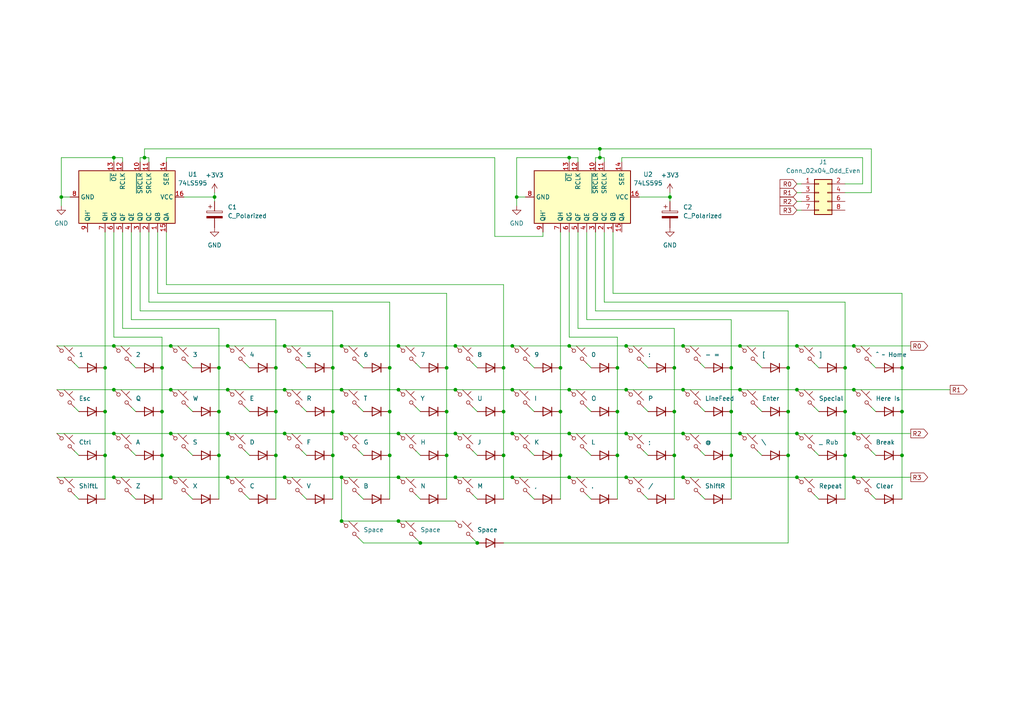
<source format=kicad_sch>
(kicad_sch (version 20211123) (generator eeschema)
  (paper "A4")
  (junction (at 33.02 100.33))
  (junction (at 162.56 106.68))
  (junction (at 148.59 113.03))
  (junction (at 96.52 106.68))
  (junction (at 146.05 106.68))
  (junction (at 247.65 138.43))
  (junction (at 115.57 113.03))
  (junction (at 148.59 125.73))
  (junction (at 82.55 113.03))
  (junction (at 132.08 138.43))
  (junction (at 261.62 106.68))
  (junction (at 212.09 132.08))
  (junction (at 99.06 125.73))
  (junction (at 165.1 45.72))
  (junction (at 165.1 113.03))
  (junction (at 96.52 119.38))
  (junction (at 63.5 106.68))
  (junction (at 49.53 100.33))
  (junction (at 82.55 100.33))
  (junction (at 99.06 151.13))
  (junction (at 121.92 157.48))
  (junction (at 149.86 57.15))
  (junction (at 181.61 113.03))
  (junction (at 245.11 106.68))
  (junction (at 214.63 125.73))
  (junction (at 99.06 113.03))
  (junction (at 80.01 119.38))
  (junction (at 66.04 100.33))
  (junction (at 132.08 125.73))
  (junction (at 63.5 119.38))
  (junction (at 129.54 106.68))
  (junction (at 113.03 119.38))
  (junction (at 228.6 119.38))
  (junction (at 228.6 132.08))
  (junction (at 179.07 106.68))
  (junction (at 162.56 119.38))
  (junction (at 33.02 45.72))
  (junction (at 132.08 100.33))
  (junction (at 66.04 125.73))
  (junction (at 30.48 106.68))
  (junction (at 165.1 138.43))
  (junction (at 49.53 138.43))
  (junction (at 148.59 138.43))
  (junction (at 30.48 119.38))
  (junction (at 66.04 113.03))
  (junction (at 115.57 125.73))
  (junction (at 17.78 57.15))
  (junction (at 173.99 43.18))
  (junction (at 181.61 138.43))
  (junction (at 195.58 106.68))
  (junction (at 181.61 100.33))
  (junction (at 115.57 100.33))
  (junction (at 198.12 100.33))
  (junction (at 173.99 45.72))
  (junction (at 115.57 151.13))
  (junction (at 41.91 45.72))
  (junction (at 162.56 132.08))
  (junction (at 146.05 132.08))
  (junction (at 33.02 125.73))
  (junction (at 247.65 113.03))
  (junction (at 46.99 132.08))
  (junction (at 231.14 100.33))
  (junction (at 247.65 125.73))
  (junction (at 99.06 100.33))
  (junction (at 198.12 113.03))
  (junction (at 49.53 125.73))
  (junction (at 129.54 119.38))
  (junction (at 179.07 132.08))
  (junction (at 247.65 100.33))
  (junction (at 195.58 119.38))
  (junction (at 231.14 113.03))
  (junction (at 46.99 119.38))
  (junction (at 66.04 138.43))
  (junction (at 181.61 125.73))
  (junction (at 212.09 119.38))
  (junction (at 214.63 100.33))
  (junction (at 132.08 113.03))
  (junction (at 245.11 132.08))
  (junction (at 261.62 132.08))
  (junction (at 165.1 125.73))
  (junction (at 62.23 57.15))
  (junction (at 231.14 125.73))
  (junction (at 80.01 106.68))
  (junction (at 195.58 132.08))
  (junction (at 82.55 138.43))
  (junction (at 228.6 106.68))
  (junction (at 148.59 100.33))
  (junction (at 99.06 138.43))
  (junction (at 212.09 106.68))
  (junction (at 115.57 138.43))
  (junction (at 129.54 132.08))
  (junction (at 82.55 125.73))
  (junction (at 261.62 119.38))
  (junction (at 245.11 119.38))
  (junction (at 198.12 125.73))
  (junction (at 113.03 132.08))
  (junction (at 231.14 138.43))
  (junction (at 96.52 132.08))
  (junction (at 30.48 132.08))
  (junction (at 46.99 106.68))
  (junction (at 33.02 113.03))
  (junction (at 194.31 57.15))
  (junction (at 33.02 138.43))
  (junction (at 198.12 138.43))
  (junction (at 165.1 100.33))
  (junction (at 80.01 132.08))
  (junction (at 146.05 119.38))
  (junction (at 113.03 106.68))
  (junction (at 49.53 113.03))
  (junction (at 214.63 113.03))
  (junction (at 179.07 119.38))
  (junction (at 138.43 157.48))
  (junction (at 63.5 132.08))
  (wire (pts (xy 172.72 45.72) (xy 173.99 45.72)))
  (wire (pts (xy 33.02 100.33) (xy 49.53 100.33)))
  (wire (pts (xy 137.16 105.41) (xy 138.43 106.68)))
  (wire (pts (xy 41.91 43.18) (xy 41.91 45.72)))
  (wire (pts (xy 212.09 92.71) (xy 212.09 106.68)))
  (wire (pts (xy 252.73 43.18) (xy 252.73 55.88)))
  (wire (pts (xy 38.1 118.11) (xy 39.37 119.38)))
  (wire (pts (xy 33.02 138.43) (xy 49.53 138.43)))
  (wire (pts (xy 71.12 118.11) (xy 72.39 119.38)))
  (wire (pts (xy 167.64 46.99) (xy 167.64 45.72)))
  (wire (pts (xy 113.03 106.68) (xy 113.03 119.38)))
  (wire (pts (xy 214.63 125.73) (xy 231.14 125.73)))
  (wire (pts (xy 82.55 125.73) (xy 99.06 125.73)))
  (wire (pts (xy 261.62 119.38) (xy 261.62 132.08)))
  (wire (pts (xy 33.02 125.73) (xy 49.53 125.73)))
  (wire (pts (xy 252.73 105.41) (xy 254 106.68)))
  (wire (pts (xy 120.65 143.51) (xy 121.92 144.78)))
  (wire (pts (xy 212.09 106.68) (xy 212.09 119.38)))
  (wire (pts (xy 212.09 132.08) (xy 212.09 144.78)))
  (wire (pts (xy 96.52 132.08) (xy 96.52 144.78)))
  (wire (pts (xy 35.56 46.99) (xy 35.56 45.72)))
  (wire (pts (xy 120.65 156.21) (xy 121.92 157.48)))
  (wire (pts (xy 245.11 106.68) (xy 245.11 119.38)))
  (wire (pts (xy 236.22 118.11) (xy 237.49 119.38)))
  (wire (pts (xy 179.07 106.68) (xy 179.07 119.38)))
  (wire (pts (xy 104.14 156.21) (xy 105.41 157.48)))
  (wire (pts (xy 99.06 113.03) (xy 115.57 113.03)))
  (wire (pts (xy 104.14 105.41) (xy 105.41 106.68)))
  (wire (pts (xy 40.64 46.99) (xy 40.64 45.72)))
  (wire (pts (xy 172.72 67.31) (xy 172.72 90.17)))
  (wire (pts (xy 46.99 119.38) (xy 46.99 132.08)))
  (wire (pts (xy 185.42 57.15) (xy 194.31 57.15)))
  (wire (pts (xy 121.92 157.48) (xy 138.43 157.48)))
  (wire (pts (xy 54.61 130.81) (xy 55.88 132.08)))
  (wire (pts (xy 148.59 125.73) (xy 165.1 125.73)))
  (wire (pts (xy 203.2 130.81) (xy 204.47 132.08)))
  (wire (pts (xy 33.02 45.72) (xy 33.02 46.99)))
  (wire (pts (xy 167.64 95.25) (xy 195.58 95.25)))
  (wire (pts (xy 214.63 113.03) (xy 231.14 113.03)))
  (wire (pts (xy 48.26 46.99) (xy 48.26 45.72)))
  (wire (pts (xy 149.86 57.15) (xy 152.4 57.15)))
  (wire (pts (xy 228.6 90.17) (xy 228.6 106.68)))
  (wire (pts (xy 181.61 113.03) (xy 198.12 113.03)))
  (wire (pts (xy 247.65 113.03) (xy 275.59 113.03)))
  (wire (pts (xy 137.16 130.81) (xy 138.43 132.08)))
  (wire (pts (xy 143.51 68.58) (xy 157.48 68.58)))
  (wire (pts (xy 17.78 57.15) (xy 17.78 59.69)))
  (wire (pts (xy 96.52 106.68) (xy 96.52 119.38)))
  (wire (pts (xy 17.78 57.15) (xy 20.32 57.15)))
  (wire (pts (xy 35.56 95.25) (xy 63.5 95.25)))
  (wire (pts (xy 203.2 105.41) (xy 204.47 106.68)))
  (wire (pts (xy 43.18 45.72) (xy 43.18 46.99)))
  (wire (pts (xy 148.59 100.33) (xy 165.1 100.33)))
  (wire (pts (xy 63.5 95.25) (xy 63.5 106.68)))
  (wire (pts (xy 236.22 105.41) (xy 237.49 106.68)))
  (wire (pts (xy 172.72 90.17) (xy 228.6 90.17)))
  (wire (pts (xy 82.55 138.43) (xy 99.06 138.43)))
  (wire (pts (xy 148.59 113.03) (xy 165.1 113.03)))
  (wire (pts (xy 30.48 106.68) (xy 30.48 119.38)))
  (wire (pts (xy 62.23 55.88) (xy 62.23 57.15)))
  (wire (pts (xy 38.1 92.71) (xy 80.01 92.71)))
  (wire (pts (xy 40.64 45.72) (xy 41.91 45.72)))
  (wire (pts (xy 49.53 125.73) (xy 66.04 125.73)))
  (wire (pts (xy 153.67 105.41) (xy 154.94 106.68)))
  (wire (pts (xy 71.12 130.81) (xy 72.39 132.08)))
  (wire (pts (xy 231.14 138.43) (xy 247.65 138.43)))
  (wire (pts (xy 48.26 82.55) (xy 146.05 82.55)))
  (wire (pts (xy 198.12 100.33) (xy 214.63 100.33)))
  (wire (pts (xy 113.03 119.38) (xy 113.03 132.08)))
  (wire (pts (xy 120.65 105.41) (xy 121.92 106.68)))
  (wire (pts (xy 175.26 67.31) (xy 175.26 87.63)))
  (wire (pts (xy 99.06 125.73) (xy 115.57 125.73)))
  (wire (pts (xy 186.69 105.41) (xy 187.96 106.68)))
  (wire (pts (xy 247.65 100.33) (xy 264.16 100.33)))
  (wire (pts (xy 115.57 151.13) (xy 132.08 151.13)))
  (wire (pts (xy 170.18 92.71) (xy 212.09 92.71)))
  (wire (pts (xy 153.67 143.51) (xy 154.94 144.78)))
  (wire (pts (xy 173.99 43.18) (xy 173.99 45.72)))
  (wire (pts (xy 214.63 100.33) (xy 231.14 100.33)))
  (wire (pts (xy 46.99 132.08) (xy 46.99 144.78)))
  (wire (pts (xy 33.02 113.03) (xy 49.53 113.03)))
  (wire (pts (xy 179.07 97.79) (xy 179.07 106.68)))
  (wire (pts (xy 165.1 113.03) (xy 181.61 113.03)))
  (wire (pts (xy 261.62 85.09) (xy 261.62 106.68)))
  (wire (pts (xy 146.05 106.68) (xy 146.05 119.38)))
  (wire (pts (xy 129.54 132.08) (xy 129.54 144.78)))
  (wire (pts (xy 105.41 157.48) (xy 121.92 157.48)))
  (wire (pts (xy 38.1 105.41) (xy 39.37 106.68)))
  (wire (pts (xy 63.5 106.68) (xy 63.5 119.38)))
  (wire (pts (xy 17.78 45.72) (xy 33.02 45.72)))
  (wire (pts (xy 16.51 125.73) (xy 33.02 125.73)))
  (wire (pts (xy 17.78 45.72) (xy 17.78 57.15)))
  (wire (pts (xy 228.6 132.08) (xy 228.6 157.48)))
  (wire (pts (xy 87.63 118.11) (xy 88.9 119.38)))
  (wire (pts (xy 252.73 118.11) (xy 254 119.38)))
  (wire (pts (xy 186.69 143.51) (xy 187.96 144.78)))
  (wire (pts (xy 120.65 118.11) (xy 121.92 119.38)))
  (wire (pts (xy 170.18 143.51) (xy 171.45 144.78)))
  (wire (pts (xy 120.65 130.81) (xy 121.92 132.08)))
  (wire (pts (xy 80.01 119.38) (xy 80.01 132.08)))
  (wire (pts (xy 46.99 106.68) (xy 46.99 119.38)))
  (wire (pts (xy 245.11 87.63) (xy 245.11 106.68)))
  (wire (pts (xy 162.56 106.68) (xy 162.56 119.38)))
  (wire (pts (xy 99.06 138.43) (xy 115.57 138.43)))
  (wire (pts (xy 38.1 143.51) (xy 39.37 144.78)))
  (wire (pts (xy 162.56 67.31) (xy 162.56 106.68)))
  (wire (pts (xy 186.69 118.11) (xy 187.96 119.38)))
  (wire (pts (xy 71.12 105.41) (xy 72.39 106.68)))
  (wire (pts (xy 62.23 57.15) (xy 62.23 58.42)))
  (wire (pts (xy 54.61 105.41) (xy 55.88 106.68)))
  (wire (pts (xy 48.26 82.55) (xy 48.26 67.31)))
  (wire (pts (xy 212.09 119.38) (xy 212.09 132.08)))
  (wire (pts (xy 231.14 55.88) (xy 232.41 55.88)))
  (wire (pts (xy 63.5 119.38) (xy 63.5 132.08)))
  (wire (pts (xy 146.05 119.38) (xy 146.05 132.08)))
  (wire (pts (xy 87.63 143.51) (xy 88.9 144.78)))
  (wire (pts (xy 137.16 143.51) (xy 138.43 144.78)))
  (wire (pts (xy 181.61 100.33) (xy 198.12 100.33)))
  (wire (pts (xy 33.02 97.79) (xy 46.99 97.79)))
  (wire (pts (xy 252.73 130.81) (xy 254 132.08)))
  (wire (pts (xy 228.6 106.68) (xy 228.6 119.38)))
  (wire (pts (xy 252.73 143.51) (xy 254 144.78)))
  (wire (pts (xy 129.54 119.38) (xy 129.54 132.08)))
  (wire (pts (xy 16.51 113.03) (xy 33.02 113.03)))
  (wire (pts (xy 115.57 125.73) (xy 132.08 125.73)))
  (wire (pts (xy 162.56 132.08) (xy 162.56 144.78)))
  (wire (pts (xy 33.02 67.31) (xy 33.02 97.79)))
  (wire (pts (xy 54.61 143.51) (xy 55.88 144.78)))
  (wire (pts (xy 53.34 57.15) (xy 62.23 57.15)))
  (wire (pts (xy 173.99 43.18) (xy 252.73 43.18)))
  (wire (pts (xy 228.6 119.38) (xy 228.6 132.08)))
  (wire (pts (xy 261.62 132.08) (xy 261.62 144.78)))
  (wire (pts (xy 231.14 53.34) (xy 232.41 53.34)))
  (wire (pts (xy 80.01 106.68) (xy 80.01 119.38)))
  (wire (pts (xy 261.62 106.68) (xy 261.62 119.38)))
  (wire (pts (xy 180.34 45.72) (xy 250.19 45.72)))
  (wire (pts (xy 54.61 118.11) (xy 55.88 119.38)))
  (wire (pts (xy 132.08 138.43) (xy 148.59 138.43)))
  (wire (pts (xy 177.8 85.09) (xy 261.62 85.09)))
  (wire (pts (xy 71.12 143.51) (xy 72.39 144.78)))
  (wire (pts (xy 143.51 45.72) (xy 143.51 68.58)))
  (wire (pts (xy 149.86 57.15) (xy 149.86 59.69)))
  (wire (pts (xy 175.26 87.63) (xy 245.11 87.63)))
  (wire (pts (xy 165.1 125.73) (xy 181.61 125.73)))
  (wire (pts (xy 162.56 119.38) (xy 162.56 132.08)))
  (wire (pts (xy 247.65 138.43) (xy 264.16 138.43)))
  (wire (pts (xy 231.14 125.73) (xy 247.65 125.73)))
  (wire (pts (xy 250.19 45.72) (xy 250.19 53.34)))
  (wire (pts (xy 175.26 45.72) (xy 175.26 46.99)))
  (wire (pts (xy 173.99 45.72) (xy 175.26 45.72)))
  (wire (pts (xy 167.64 67.31) (xy 167.64 95.25)))
  (wire (pts (xy 30.48 119.38) (xy 30.48 132.08)))
  (wire (pts (xy 40.64 90.17) (xy 40.64 67.31)))
  (wire (pts (xy 245.11 53.34) (xy 250.19 53.34)))
  (wire (pts (xy 157.48 68.58) (xy 157.48 67.31)))
  (wire (pts (xy 41.91 45.72) (xy 43.18 45.72)))
  (wire (pts (xy 170.18 67.31) (xy 170.18 92.71)))
  (wire (pts (xy 236.22 143.51) (xy 237.49 144.78)))
  (wire (pts (xy 41.91 43.18) (xy 173.99 43.18)))
  (wire (pts (xy 179.07 132.08) (xy 179.07 144.78)))
  (wire (pts (xy 219.71 118.11) (xy 220.98 119.38)))
  (wire (pts (xy 132.08 100.33) (xy 148.59 100.33)))
  (wire (pts (xy 170.18 130.81) (xy 171.45 132.08)))
  (wire (pts (xy 165.1 45.72) (xy 167.64 45.72)))
  (wire (pts (xy 38.1 130.81) (xy 39.37 132.08)))
  (wire (pts (xy 198.12 138.43) (xy 231.14 138.43)))
  (wire (pts (xy 195.58 132.08) (xy 195.58 144.78)))
  (wire (pts (xy 43.18 87.63) (xy 43.18 67.31)))
  (wire (pts (xy 21.59 130.81) (xy 22.86 132.08)))
  (wire (pts (xy 170.18 105.41) (xy 171.45 106.68)))
  (wire (pts (xy 46.99 97.79) (xy 46.99 106.68)))
  (wire (pts (xy 181.61 138.43) (xy 198.12 138.43)))
  (wire (pts (xy 203.2 143.51) (xy 204.47 144.78)))
  (wire (pts (xy 195.58 119.38) (xy 195.58 132.08)))
  (wire (pts (xy 148.59 138.43) (xy 165.1 138.43)))
  (wire (pts (xy 66.04 125.73) (xy 82.55 125.73)))
  (wire (pts (xy 245.11 132.08) (xy 245.11 144.78)))
  (wire (pts (xy 195.58 95.25) (xy 195.58 106.68)))
  (wire (pts (xy 129.54 106.68) (xy 129.54 119.38)))
  (wire (pts (xy 132.08 125.73) (xy 148.59 125.73)))
  (wire (pts (xy 49.53 138.43) (xy 66.04 138.43)))
  (wire (pts (xy 87.63 130.81) (xy 88.9 132.08)))
  (wire (pts (xy 99.06 151.13) (xy 115.57 151.13)))
  (wire (pts (xy 186.69 130.81) (xy 187.96 132.08)))
  (wire (pts (xy 33.02 45.72) (xy 35.56 45.72)))
  (wire (pts (xy 198.12 113.03) (xy 214.63 113.03)))
  (wire (pts (xy 231.14 100.33) (xy 247.65 100.33)))
  (wire (pts (xy 66.04 138.43) (xy 82.55 138.43)))
  (wire (pts (xy 30.48 67.31) (xy 30.48 106.68)))
  (wire (pts (xy 219.71 130.81) (xy 220.98 132.08)))
  (wire (pts (xy 177.8 67.31) (xy 177.8 85.09)))
  (wire (pts (xy 165.1 67.31) (xy 165.1 97.79)))
  (wire (pts (xy 113.03 87.63) (xy 113.03 106.68)))
  (wire (pts (xy 99.06 100.33) (xy 115.57 100.33)))
  (wire (pts (xy 49.53 113.03) (xy 66.04 113.03)))
  (wire (pts (xy 129.54 85.09) (xy 129.54 106.68)))
  (wire (pts (xy 104.14 118.11) (xy 105.41 119.38)))
  (wire (pts (xy 132.08 113.03) (xy 148.59 113.03)))
  (wire (pts (xy 87.63 105.41) (xy 88.9 106.68)))
  (wire (pts (xy 115.57 113.03) (xy 132.08 113.03)))
  (wire (pts (xy 43.18 87.63) (xy 113.03 87.63)))
  (wire (pts (xy 21.59 143.51) (xy 22.86 144.78)))
  (wire (pts (xy 137.16 156.21) (xy 138.43 157.48)))
  (wire (pts (xy 198.12 125.73) (xy 214.63 125.73)))
  (wire (pts (xy 16.51 138.43) (xy 33.02 138.43)))
  (wire (pts (xy 82.55 113.03) (xy 99.06 113.03)))
  (wire (pts (xy 194.31 55.88) (xy 194.31 57.15)))
  (wire (pts (xy 35.56 95.25) (xy 35.56 67.31)))
  (wire (pts (xy 21.59 118.11) (xy 22.86 119.38)))
  (wire (pts (xy 203.2 118.11) (xy 204.47 119.38)))
  (wire (pts (xy 146.05 132.08) (xy 146.05 144.78)))
  (wire (pts (xy 245.11 55.88) (xy 252.73 55.88)))
  (wire (pts (xy 30.48 132.08) (xy 30.48 144.78)))
  (wire (pts (xy 236.22 130.81) (xy 237.49 132.08)))
  (wire (pts (xy 228.6 157.48) (xy 146.05 157.48)))
  (wire (pts (xy 172.72 46.99) (xy 172.72 45.72)))
  (wire (pts (xy 21.59 105.41) (xy 22.86 106.68)))
  (wire (pts (xy 146.05 82.55) (xy 146.05 106.68)))
  (wire (pts (xy 99.06 138.43) (xy 99.06 151.13)))
  (wire (pts (xy 66.04 100.33) (xy 82.55 100.33)))
  (wire (pts (xy 113.03 132.08) (xy 113.03 144.78)))
  (wire (pts (xy 115.57 138.43) (xy 132.08 138.43)))
  (wire (pts (xy 16.51 100.33) (xy 33.02 100.33)))
  (wire (pts (xy 165.1 97.79) (xy 179.07 97.79)))
  (wire (pts (xy 45.72 85.09) (xy 129.54 85.09)))
  (wire (pts (xy 231.14 58.42) (xy 232.41 58.42)))
  (wire (pts (xy 153.67 118.11) (xy 154.94 119.38)))
  (wire (pts (xy 38.1 92.71) (xy 38.1 67.31)))
  (wire (pts (xy 104.14 143.51) (xy 105.41 144.78)))
  (wire (pts (xy 219.71 105.41) (xy 220.98 106.68)))
  (wire (pts (xy 80.01 92.71) (xy 80.01 106.68)))
  (wire (pts (xy 247.65 125.73) (xy 264.16 125.73)))
  (wire (pts (xy 104.14 130.81) (xy 105.41 132.08)))
  (wire (pts (xy 80.01 132.08) (xy 80.01 144.78)))
  (wire (pts (xy 165.1 45.72) (xy 165.1 46.99)))
  (wire (pts (xy 96.52 119.38) (xy 96.52 132.08)))
  (wire (pts (xy 63.5 132.08) (xy 63.5 144.78)))
  (wire (pts (xy 115.57 100.33) (xy 132.08 100.33)))
  (wire (pts (xy 82.55 100.33) (xy 99.06 100.33)))
  (wire (pts (xy 149.86 45.72) (xy 165.1 45.72)))
  (wire (pts (xy 45.72 85.09) (xy 45.72 67.31)))
  (wire (pts (xy 66.04 113.03) (xy 82.55 113.03)))
  (wire (pts (xy 49.53 100.33) (xy 66.04 100.33)))
  (wire (pts (xy 40.64 90.17) (xy 96.52 90.17)))
  (wire (pts (xy 165.1 138.43) (xy 181.61 138.43)))
  (wire (pts (xy 231.14 113.03) (xy 247.65 113.03)))
  (wire (pts (xy 179.07 119.38) (xy 179.07 132.08)))
  (wire (pts (xy 137.16 118.11) (xy 138.43 119.38)))
  (wire (pts (xy 48.26 45.72) (xy 143.51 45.72)))
  (wire (pts (xy 96.52 90.17) (xy 96.52 106.68)))
  (wire (pts (xy 180.34 45.72) (xy 180.34 46.99)))
  (wire (pts (xy 170.18 118.11) (xy 171.45 119.38)))
  (wire (pts (xy 195.58 106.68) (xy 195.58 119.38)))
  (wire (pts (xy 231.14 60.96) (xy 232.41 60.96)))
  (wire (pts (xy 165.1 100.33) (xy 181.61 100.33)))
  (wire (pts (xy 149.86 45.72) (xy 149.86 57.15)))
  (wire (pts (xy 245.11 119.38) (xy 245.11 132.08)))
  (wire (pts (xy 153.67 130.81) (xy 154.94 132.08)))
  (wire (pts (xy 194.31 57.15) (xy 194.31 58.42)))
  (wire (pts (xy 181.61 125.73) (xy 198.12 125.73)))
  (global_label "R0" (shape output) (at 264.16 100.33 0) (property "Intersheet References" "${INTERSHEET_REFS}" (effects hide)))
  (global_label "R0" (shape input) (at 231.14 53.34 180) (property "Intersheet References" "${INTERSHEET_REFS}" (effects hide)))
  (global_label "R1" (shape output) (at 275.59 113.03 0) (property "Intersheet References" "${INTERSHEET_REFS}" (effects hide)))
  (global_label "R2" (shape input) (at 231.14 58.42 180) (property "Intersheet References" "${INTERSHEET_REFS}" (effects hide)))
  (global_label "R1" (shape input) (at 231.14 55.88 180) (property "Intersheet References" "${INTERSHEET_REFS}" (effects hide)))
  (global_label "R3" (shape output) (at 264.16 138.43 0) (property "Intersheet References" "${INTERSHEET_REFS}" (effects hide)))
  (global_label "R2" (shape output) (at 264.16 125.73 0) (property "Intersheet References" "${INTERSHEET_REFS}" (effects hide)))
  (global_label "R3" (shape input) (at 231.14 60.96 180) (property "Intersheet References" "${INTERSHEET_REFS}" (effects hide)))
  (symbol (lib_id "Switch:SW_Push_45deg") (at 233.68 102.87 270) (mirror x) (unit 1)
    (property "Reference" "SW55" (effects hide))
    (property "Value" "]" (at 237.49 102.8699 90) (effects (justify left)))
    (property "Footprint" "Keys:SW_Hybrid_Cherry_MX_Alps_1.00u" (effects hide))
  )
  (symbol (lib_id "Diode:1N4148") (at 241.3 132.08 0) (mirror y) (unit 1)
    (property "Reference" "D54" (effects hide))
    (property "Value" "1N4148" (effects hide))
    (property "Footprint" "Diode_THT:D_DO-35_SOD27_P7.62mm_Horizontal" (effects hide))
    (property "Datasheet" "https://assets.nexperia.com/documents/data-sheet/1N4148_1N4448.pdf" (effects hide))
  )
  (symbol (lib_id "Diode:1N4148") (at 224.79 106.68 0) (mirror y) (unit 1)
    (property "Reference" "D50" (effects hide))
    (property "Value" "1N4148" (effects hide))
    (property "Footprint" "Diode_THT:D_DO-35_SOD27_P7.62mm_Horizontal" (effects hide))
    (property "Datasheet" "https://assets.nexperia.com/documents/data-sheet/1N4148_1N4448.pdf" (effects hide))
  )
  (symbol (lib_id "Switch:SW_Push_45deg") (at 233.68 115.57 270) (mirror x) (unit 1)
    (property "Reference" "SW62" (effects hide))
    (property "Value" "Special" (at 237.49 115.5699 90) (effects (justify left)))
    (property "Footprint" "Button_Switch_THT:SW_PUSH-12mm" (effects hide))
  )
  (symbol (lib_id "Switch:SW_Push_45deg") (at 200.66 115.57 270) (mirror x) (unit 1)
    (property "Reference" "SW49" (effects hide))
    (property "Value" "LineFeed" (at 204.47 115.5699 90) (effects (justify left)))
    (property "Footprint" "Keys:SW_Hybrid_Cherry_MX_Alps_1.00u" (effects hide))
  )
  (symbol (lib_id "Diode:1N4148") (at 191.77 106.68 0) (mirror y) (unit 1)
    (property "Reference" "D42" (effects hide))
    (property "Value" "1N4148" (effects hide))
    (property "Footprint" "Diode_THT:D_DO-35_SOD27_P7.62mm_Horizontal" (effects hide))
    (property "Datasheet" "https://assets.nexperia.com/documents/data-sheet/1N4148_1N4448.pdf" (effects hide))
  )
  (symbol (lib_id "Switch:SW_Push_45deg") (at 52.07 128.27 270) (mirror x) (unit 1)
    (property "Reference" "SW11" (effects hide))
    (property "Value" "S" (at 55.88 128.2699 90) (effects (justify left)))
    (property "Footprint" "Keys:SW_Hybrid_Cherry_MX_Alps_1.00u" (effects hide))
  )
  (symbol (lib_id "Diode:1N4148") (at 191.77 144.78 0) (mirror y) (unit 1)
    (property "Reference" "D45" (effects hide))
    (property "Value" "1N4148" (effects hide))
    (property "Footprint" "Diode_THT:D_DO-35_SOD27_P7.62mm_Horizontal" (effects hide))
    (property "Datasheet" "https://assets.nexperia.com/documents/data-sheet/1N4148_1N4448.pdf" (effects hide))
  )
  (symbol (lib_id "Diode:1N4148") (at 43.18 106.68 0) (mirror y) (unit 1)
    (property "Reference" "D5" (effects hide))
    (property "Value" "1N4148" (effects hide))
    (property "Footprint" "Diode_THT:D_DO-35_SOD27_P7.62mm_Horizontal" (effects hide))
    (property "Datasheet" "https://assets.nexperia.com/documents/data-sheet/1N4148_1N4448.pdf" (effects hide))
  )
  (symbol (lib_id "Switch:SW_Push_45deg") (at 101.6 102.87 270) (mirror x) (unit 1)
    (property "Reference" "SW21" (effects hide))
    (property "Value" "6" (at 105.41 102.8699 90) (effects (justify left)))
    (property "Footprint" "Keys:SW_Hybrid_Cherry_MX_Alps_1.00u" (effects hide))
  )
  (symbol (lib_id "Diode:1N4148") (at 142.24 106.68 0) (mirror y) (unit 1)
    (property "Reference" "D29" (effects hide))
    (property "Value" "1N4148" (effects hide))
    (property "Footprint" "Diode_THT:D_DO-35_SOD27_P7.62mm_Horizontal" (effects hide))
    (property "Datasheet" "https://assets.nexperia.com/documents/data-sheet/1N4148_1N4448.pdf" (effects hide))
  )
  (symbol (lib_id "Switch:SW_Push_45deg") (at 101.6 140.97 270) (mirror x) (unit 1)
    (property "Reference" "SW24" (effects hide))
    (property "Value" "B" (at 105.41 140.9699 90) (effects (justify left)))
    (property "Footprint" "Keys:SW_Hybrid_Cherry_MX_Alps_1.00u" (effects hide))
  )
  (symbol (lib_id "Diode:1N4148") (at 43.18 144.78 0) (mirror y) (unit 1)
    (property "Reference" "D8" (effects hide))
    (property "Value" "1N4148" (effects hide))
    (property "Footprint" "Diode_THT:D_DO-35_SOD27_P7.62mm_Horizontal" (effects hide))
    (property "Datasheet" "https://assets.nexperia.com/documents/data-sheet/1N4148_1N4448.pdf" (effects hide))
  )
  (symbol (lib_id "Switch:SW_Push_45deg") (at 217.17 102.87 270) (mirror x) (unit 1)
    (property "Reference" "SW52" (effects hide))
    (property "Value" "[" (at 220.98 102.8699 90) (effects (justify left)))
    (property "Footprint" "Keys:SW_Hybrid_Cherry_MX_Alps_1.00u" (effects hide))
  )
  (symbol (lib_id "Switch:SW_Push_45deg") (at 167.64 115.57 270) (mirror x) (unit 1)
    (property "Reference" "SW41" (effects hide))
    (property "Value" "O" (at 171.45 115.5699 90) (effects (justify left)))
    (property "Footprint" "Keys:SW_Hybrid_Cherry_MX_Alps_1.00u" (effects hide))
  )
  (symbol (lib_id "Switch:SW_Push_45deg") (at 250.19 102.87 270) (mirror x) (unit 1)
    (property "Reference" "SW58" (effects hide))
    (property "Value" "^ ~ Home" (at 254 102.8699 90) (effects (justify left)))
    (property "Footprint" "Keys:SW_Hybrid_Cherry_MX_Alps_1.00u" (effects hide))
  )
  (symbol (lib_id "Switch:SW_Push_45deg") (at 35.56 102.87 270) (mirror x) (unit 1)
    (property "Reference" "SW5" (effects hide))
    (property "Value" "2" (at 39.37 102.8699 90) (effects (justify left)))
    (property "Footprint" "Keys:SW_Hybrid_Cherry_MX_Alps_1.00u" (effects hide))
  )
  (symbol (lib_id "Diode:1N4148") (at 175.26 144.78 0) (mirror y) (unit 1)
    (property "Reference" "D41" (effects hide))
    (property "Value" "1N4148" (effects hide))
    (property "Footprint" "Diode_THT:D_DO-35_SOD27_P7.62mm_Horizontal" (effects hide))
    (property "Datasheet" "https://assets.nexperia.com/documents/data-sheet/1N4148_1N4448.pdf" (effects hide))
  )
  (symbol (lib_id "Diode:1N4148") (at 241.3 106.68 0) (mirror y) (unit 1)
    (property "Reference" "D53" (effects hide))
    (property "Value" "1N4148" (effects hide))
    (property "Footprint" "Diode_THT:D_DO-35_SOD27_P7.62mm_Horizontal" (effects hide))
    (property "Datasheet" "https://assets.nexperia.com/documents/data-sheet/1N4148_1N4448.pdf" (effects hide))
  )
  (symbol (lib_id "power:GND") (at 149.86 59.69 0) (unit 1)
    (property "Reference" "#PWR0101" (effects hide))
    (property "Value" "GND" (at 149.86 64.77 0))
  )
  (symbol (lib_id "Diode:1N4148") (at 26.67 144.78 0) (mirror y) (unit 1)
    (property "Reference" "D4" (effects hide))
    (property "Value" "1N4148" (effects hide))
    (property "Footprint" "Diode_THT:D_DO-35_SOD27_P7.62mm_Horizontal" (effects hide))
    (property "Datasheet" "https://assets.nexperia.com/documents/data-sheet/1N4148_1N4448.pdf" (effects hide))
  )
  (symbol (lib_id "Diode:1N4148") (at 59.69 144.78 0) (mirror y) (unit 1)
    (property "Reference" "D12" (effects hide))
    (property "Value" "1N4148" (effects hide))
    (property "Footprint" "Diode_THT:D_DO-35_SOD27_P7.62mm_Horizontal" (effects hide))
    (property "Datasheet" "https://assets.nexperia.com/documents/data-sheet/1N4148_1N4448.pdf" (effects hide))
  )
  (symbol (lib_id "Switch:SW_Push_45deg") (at 134.62 102.87 270) (mirror x) (unit 1)
    (property "Reference" "SW31" (effects hide))
    (property "Value" "8" (at 138.43 102.8699 90) (effects (justify left)))
    (property "Footprint" "Keys:SW_Hybrid_Cherry_MX_Alps_1.00u" (effects hide))
  )
  (symbol (lib_id "Switch:SW_Push_45deg") (at 101.6 115.57 270) (mirror x) (unit 1)
    (property "Reference" "SW22" (effects hide))
    (property "Value" "T" (at 105.41 115.5699 90) (effects (justify left)))
    (property "Footprint" "Keys:SW_Hybrid_Cherry_MX_Alps_1.00u" (effects hide))
  )
  (symbol (lib_id "power:+3V3") (at 194.31 55.88 0) (unit 1)
    (property "Reference" "#PWR0105" (effects hide))
    (property "Value" "+3V3" (at 194.31 50.8 0))
  )
  (symbol (lib_id "Switch:SW_Push_45deg") (at 85.09 140.97 270) (mirror x) (unit 1)
    (property "Reference" "SW20" (effects hide))
    (property "Value" "V" (at 88.9 140.9699 90) (effects (justify left)))
    (property "Footprint" "Keys:SW_Hybrid_Cherry_MX_Alps_1.00u" (effects hide))
  )
  (symbol (lib_id "Diode:1N4148") (at 26.67 106.68 0) (mirror y) (unit 1)
    (property "Reference" "D1" (effects hide))
    (property "Value" "1N4148" (effects hide))
    (property "Footprint" "Diode_THT:D_DO-35_SOD27_P7.62mm_Horizontal" (effects hide))
    (property "Datasheet" "https://assets.nexperia.com/documents/data-sheet/1N4148_1N4448.pdf" (effects hide))
  )
  (symbol (lib_id "Diode:1N4148") (at 92.71 119.38 0) (mirror y) (unit 1)
    (property "Reference" "D18" (effects hide))
    (property "Value" "1N4148" (effects hide))
    (property "Footprint" "Diode_THT:D_DO-35_SOD27_P7.62mm_Horizontal" (effects hide))
    (property "Datasheet" "https://assets.nexperia.com/documents/data-sheet/1N4148_1N4448.pdf" (effects hide))
  )
  (symbol (lib_id "Diode:1N4148") (at 92.71 144.78 0) (mirror y) (unit 1)
    (property "Reference" "D20" (effects hide))
    (property "Value" "1N4148" (effects hide))
    (property "Footprint" "Diode_THT:D_DO-35_SOD27_P7.62mm_Horizontal" (effects hide))
    (property "Datasheet" "https://assets.nexperia.com/documents/data-sheet/1N4148_1N4448.pdf" (effects hide))
  )
  (symbol (lib_id "Diode:1N4148") (at 175.26 119.38 0) (mirror y) (unit 1)
    (property "Reference" "D39" (effects hide))
    (property "Value" "1N4148" (effects hide))
    (property "Footprint" "Diode_THT:D_DO-35_SOD27_P7.62mm_Horizontal" (effects hide))
    (property "Datasheet" "https://assets.nexperia.com/documents/data-sheet/1N4148_1N4448.pdf" (effects hide))
  )
  (symbol (lib_id "Diode:1N4148") (at 76.2 132.08 0) (mirror y) (unit 1)
    (property "Reference" "D15" (effects hide))
    (property "Value" "1N4148" (effects hide))
    (property "Footprint" "Diode_THT:D_DO-35_SOD27_P7.62mm_Horizontal" (effects hide))
    (property "Datasheet" "https://assets.nexperia.com/documents/data-sheet/1N4148_1N4448.pdf" (effects hide))
  )
  (symbol (lib_id "Switch:SW_Push_45deg") (at 52.07 140.97 270) (mirror x) (unit 1)
    (property "Reference" "SW12" (effects hide))
    (property "Value" "X" (at 55.88 140.9699 90) (effects (justify left)))
    (property "Footprint" "Keys:SW_Hybrid_Cherry_MX_Alps_1.00u" (effects hide))
  )
  (symbol (lib_id "Switch:SW_Push_45deg") (at 118.11 153.67 270) (mirror x) (unit 1)
    (property "Reference" "SW30" (effects hide))
    (property "Value" "Space" (at 121.92 153.6699 90) (effects (justify left)))
    (property "Footprint" "Keys:SW_Hybrid_Cherry_MX_Alps_2.00u" (effects hide))
  )
  (symbol (lib_id "Diode:1N4148") (at 125.73 132.08 0) (mirror y) (unit 1)
    (property "Reference" "D27" (effects hide))
    (property "Value" "1N4148" (effects hide))
    (property "Footprint" "Diode_THT:D_DO-35_SOD27_P7.62mm_Horizontal" (effects hide))
    (property "Datasheet" "https://assets.nexperia.com/documents/data-sheet/1N4148_1N4448.pdf" (effects hide))
  )
  (symbol (lib_id "Diode:1N4148") (at 158.75 132.08 0) (mirror y) (unit 1)
    (property "Reference" "D36" (effects hide))
    (property "Value" "1N4148" (effects hide))
    (property "Footprint" "Diode_THT:D_DO-35_SOD27_P7.62mm_Horizontal" (effects hide))
    (property "Datasheet" "https://assets.nexperia.com/documents/data-sheet/1N4148_1N4448.pdf" (effects hide))
  )
  (symbol (lib_id "Diode:1N4148") (at 241.3 119.38 0) (mirror y) (unit 1)
    (property "Reference" "D60" (effects hide))
    (property "Value" "1N4148" (effects hide))
    (property "Footprint" "Diode_THT:D_DO-35_SOD27_P7.62mm_Horizontal" (effects hide))
    (property "Datasheet" "https://assets.nexperia.com/documents/data-sheet/1N4148_1N4448.pdf" (effects hide))
  )
  (symbol (lib_id "Switch:SW_Push_45deg") (at 85.09 115.57 270) (mirror x) (unit 1)
    (property "Reference" "SW18" (effects hide))
    (property "Value" "R" (at 88.9 115.5699 90) (effects (justify left)))
    (property "Footprint" "Keys:SW_Hybrid_Cherry_MX_Alps_1.00u" (effects hide))
  )
  (symbol (lib_id "Diode:1N4148") (at 257.81 119.38 0) (mirror y) (unit 1)
    (property "Reference" "D57" (effects hide))
    (property "Value" "1N4148" (effects hide))
    (property "Footprint" "Diode_THT:D_DO-35_SOD27_P7.62mm_Horizontal" (effects hide))
    (property "Datasheet" "https://assets.nexperia.com/documents/data-sheet/1N4148_1N4448.pdf" (effects hide))
  )
  (symbol (lib_id "Diode:1N4148") (at 26.67 132.08 0) (mirror y) (unit 1)
    (property "Reference" "D3" (effects hide))
    (property "Value" "1N4148" (effects hide))
    (property "Footprint" "Diode_THT:D_DO-35_SOD27_P7.62mm_Horizontal" (effects hide))
    (property "Datasheet" "https://assets.nexperia.com/documents/data-sheet/1N4148_1N4448.pdf" (effects hide))
  )
  (symbol (lib_id "power:GND") (at 17.78 59.69 0) (unit 1)
    (property "Reference" "#PWR0104" (effects hide))
    (property "Value" "GND" (at 17.78 64.77 0))
  )
  (symbol (lib_id "Switch:SW_Push_45deg") (at 167.64 140.97 270) (mirror x) (unit 1)
    (property "Reference" "SW43" (effects hide))
    (property "Value" "." (at 171.45 140.9699 90) (effects (justify left)))
    (property "Footprint" "Keys:SW_Hybrid_Cherry_MX_Alps_1.00u" (effects hide))
  )
  (symbol (lib_id "Switch:SW_Push_45deg") (at 250.19 128.27 270) (mirror x) (unit 1)
    (property "Reference" "SW60" (effects hide))
    (property "Value" "Break" (at 254 128.2699 90) (effects (justify left)))
    (property "Footprint" "Keys:SW_Hybrid_Cherry_MX_Alps_1.00u" (effects hide))
  )
  (symbol (lib_id "Switch:SW_Push_45deg") (at 19.05 115.57 270) (mirror x) (unit 1)
    (property "Reference" "SW2" (effects hide))
    (property "Value" "Esc" (at 22.86 115.5699 90) (effects (justify left)))
    (property "Footprint" "Keys:SW_Hybrid_Cherry_MX_Alps_1.00u" (effects hide))
  )
  (symbol (lib_id "Switch:SW_Push_45deg") (at 151.13 102.87 270) (mirror x) (unit 1)
    (property "Reference" "SW36" (effects hide))
    (property "Value" "9" (at 154.94 102.8699 90) (effects (justify left)))
    (property "Footprint" "Keys:SW_Hybrid_Cherry_MX_Alps_1.00u" (effects hide))
  )
  (symbol (lib_id "Switch:SW_Push_45deg") (at 52.07 115.57 270) (mirror x) (unit 1)
    (property "Reference" "SW10" (effects hide))
    (property "Value" "W" (at 55.88 115.5699 90) (effects (justify left)))
    (property "Footprint" "Keys:SW_Hybrid_Cherry_MX_Alps_1.00u" (effects hide))
  )
  (symbol (lib_id "Switch:SW_Push_45deg") (at 118.11 128.27 270) (mirror x) (unit 1)
    (property "Reference" "SW28" (effects hide))
    (property "Value" "H" (at 121.92 128.2699 90) (effects (justify left)))
    (property "Footprint" "Keys:SW_Hybrid_Cherry_MX_Alps_1.00u" (effects hide))
  )
  (symbol (lib_id "Diode:1N4148") (at 224.79 119.38 0) (mirror y) (unit 1)
    (property "Reference" "D51" (effects hide))
    (property "Value" "1N4148" (effects hide))
    (property "Footprint" "Diode_THT:D_DO-35_SOD27_P7.62mm_Horizontal" (effects hide))
    (property "Datasheet" "https://assets.nexperia.com/documents/data-sheet/1N4148_1N4448.pdf" (effects hide))
  )
  (symbol (lib_id "Diode:1N4148") (at 76.2 119.38 0) (mirror y) (unit 1)
    (property "Reference" "D14" (effects hide))
    (property "Value" "1N4148" (effects hide))
    (property "Footprint" "Diode_THT:D_DO-35_SOD27_P7.62mm_Horizontal" (effects hide))
    (property "Datasheet" "https://assets.nexperia.com/documents/data-sheet/1N4148_1N4448.pdf" (effects hide))
  )
  (symbol (lib_id "Diode:1N4148") (at 257.81 106.68 0) (mirror y) (unit 1)
    (property "Reference" "D56" (effects hide))
    (property "Value" "1N4148" (effects hide))
    (property "Footprint" "Diode_THT:D_DO-35_SOD27_P7.62mm_Horizontal" (effects hide))
    (property "Datasheet" "https://assets.nexperia.com/documents/data-sheet/1N4148_1N4448.pdf" (effects hide))
  )
  (symbol (lib_id "Diode:1N4148") (at 142.24 119.38 0) (mirror y) (unit 1)
    (property "Reference" "D30" (effects hide))
    (property "Value" "1N4148" (effects hide))
    (property "Footprint" "Diode_THT:D_DO-35_SOD27_P7.62mm_Horizontal" (effects hide))
    (property "Datasheet" "https://assets.nexperia.com/documents/data-sheet/1N4148_1N4448.pdf" (effects hide))
  )
  (symbol (lib_id "Switch:SW_Push_45deg") (at 85.09 128.27 270) (mirror x) (unit 1)
    (property "Reference" "SW19" (effects hide))
    (property "Value" "F" (at 88.9 128.2699 90) (effects (justify left)))
    (property "Footprint" "Keys:SW_Hybrid_Cherry_MX_Alps_1.00u" (effects hide))
  )
  (symbol (lib_id "Diode:1N4148") (at 76.2 106.68 0) (mirror y) (unit 1)
    (property "Reference" "D13" (effects hide))
    (property "Value" "1N4148" (effects hide))
    (property "Footprint" "Diode_THT:D_DO-35_SOD27_P7.62mm_Horizontal" (effects hide))
    (property "Datasheet" "https://assets.nexperia.com/documents/data-sheet/1N4148_1N4448.pdf" (effects hide))
  )
  (symbol (lib_id "Switch:SW_Push_45deg") (at 151.13 115.57 270) (mirror x) (unit 1)
    (property "Reference" "SW37" (effects hide))
    (property "Value" "I" (at 154.94 115.5699 90) (effects (justify left)))
    (property "Footprint" "Keys:SW_Hybrid_Cherry_MX_Alps_1.00u" (effects hide))
  )
  (symbol (lib_id "Diode:1N4148") (at 208.28 106.68 0) (mirror y) (unit 1)
    (property "Reference" "D46" (effects hide))
    (property "Value" "1N4148" (effects hide))
    (property "Footprint" "Diode_THT:D_DO-35_SOD27_P7.62mm_Horizontal" (effects hide))
    (property "Datasheet" "https://assets.nexperia.com/documents/data-sheet/1N4148_1N4448.pdf" (effects hide))
  )
  (symbol (lib_id "Diode:1N4148") (at 175.26 106.68 0) (mirror y) (unit 1)
    (property "Reference" "D38" (effects hide))
    (property "Value" "1N4148" (effects hide))
    (property "Footprint" "Diode_THT:D_DO-35_SOD27_P7.62mm_Horizontal" (effects hide))
    (property "Datasheet" "https://assets.nexperia.com/documents/data-sheet/1N4148_1N4448.pdf" (effects hide))
  )
  (symbol (lib_id "Diode:1N4148") (at 158.75 144.78 0) (mirror y) (unit 1)
    (property "Reference" "D37" (effects hide))
    (property "Value" "1N4148" (effects hide))
    (property "Footprint" "Diode_THT:D_DO-35_SOD27_P7.62mm_Horizontal" (effects hide))
    (property "Datasheet" "https://assets.nexperia.com/documents/data-sheet/1N4148_1N4448.pdf" (effects hide))
  )
  (symbol (lib_id "Diode:1N4148") (at 208.28 144.78 0) (mirror y) (unit 1)
    (property "Reference" "D49" (effects hide))
    (property "Value" "1N4148" (effects hide))
    (property "Footprint" "Diode_THT:D_DO-35_SOD27_P7.62mm_Horizontal" (effects hide))
    (property "Datasheet" "https://assets.nexperia.com/documents/data-sheet/1N4148_1N4448.pdf" (effects hide))
  )
  (symbol (lib_id "Switch:SW_Push_45deg") (at 167.64 128.27 270) (mirror x) (unit 1)
    (property "Reference" "SW42" (effects hide))
    (property "Value" "L" (at 171.45 128.2699 90) (effects (justify left)))
    (property "Footprint" "Keys:SW_Hybrid_Cherry_MX_Alps_1.00u" (effects hide))
  )
  (symbol (lib_id "Diode:1N4148") (at 191.77 119.38 0) (mirror y) (unit 1)
    (property "Reference" "D43" (effects hide))
    (property "Value" "1N4148" (effects hide))
    (property "Footprint" "Diode_THT:D_DO-35_SOD27_P7.62mm_Horizontal" (effects hide))
    (property "Datasheet" "https://assets.nexperia.com/documents/data-sheet/1N4148_1N4448.pdf" (effects hide))
  )
  (symbol (lib_id "Diode:1N4148") (at 92.71 106.68 0) (mirror y) (unit 1)
    (property "Reference" "D17" (effects hide))
    (property "Value" "1N4148" (effects hide))
    (property "Footprint" "Diode_THT:D_DO-35_SOD27_P7.62mm_Horizontal" (effects hide))
    (property "Datasheet" "https://assets.nexperia.com/documents/data-sheet/1N4148_1N4448.pdf" (effects hide))
  )
  (symbol (lib_id "Switch:SW_Push_45deg") (at 118.11 102.87 270) (mirror x) (unit 1)
    (property "Reference" "SW26" (effects hide))
    (property "Value" "7" (at 121.92 102.8699 90) (effects (justify left)))
    (property "Footprint" "Keys:SW_Hybrid_Cherry_MX_Alps_1.00u" (effects hide))
  )
  (symbol (lib_id "Switch:SW_Push_45deg") (at 250.19 140.97 270) (mirror x) (unit 1)
    (property "Reference" "SW61" (effects hide))
    (property "Value" "Clear" (at 254 140.9699 90) (effects (justify left)))
    (property "Footprint" "Keys:SW_Hybrid_Cherry_MX_Alps_1.00u" (effects hide))
  )
  (symbol (lib_id "Switch:SW_Push_45deg") (at 233.68 128.27 270) (mirror x) (unit 1)
    (property "Reference" "SW56" (effects hide))
    (property "Value" "_ Rub" (at 237.49 128.2699 90) (effects (justify left)))
    (property "Footprint" "Keys:SW_Hybrid_Cherry_MX_Alps_1.00u" (effects hide))
  )
  (symbol (lib_id "74xx:74LS595") (at 38.1 57.15 270) (unit 1)
    (property "Reference" "U1" (at 55.88 50.5712 90))
    (property "Value" "74LS595" (at 55.88 53.1112 90))
    (property "Footprint" "Package_DIP:DIP-16_W7.62mm_Socket" (effects hide))
    (property "Datasheet" "http://www.ti.com/lit/gpn/sn74ls595" (effects hide))
  )
  (symbol (lib_id "Diode:1N4148") (at 125.73 106.68 0) (mirror y) (unit 1)
    (property "Reference" "D25" (effects hide))
    (property "Value" "1N4148" (effects hide))
    (property "Footprint" "Diode_THT:D_DO-35_SOD27_P7.62mm_Horizontal" (effects hide))
    (property "Datasheet" "https://assets.nexperia.com/documents/data-sheet/1N4148_1N4448.pdf" (effects hide))
  )
  (symbol (lib_id "Switch:SW_Push_45deg") (at 101.6 153.67 270) (mirror x) (unit 1)
    (property "Reference" "SW25" (effects hide))
    (property "Value" "Space" (at 105.41 153.6699 90) (effects (justify left)))
    (property "Footprint" "Keys:SW_Hybrid_Cherry_MX_Alps_2.00u" (effects hide))
  )
  (symbol (lib_id "Connector_Generic:Conn_02x04_Odd_Even") (at 237.49 55.88 0) (unit 1)
    (property "Reference" "J1" (at 238.76 46.99 0))
    (property "Value" "Conn_02x04_Odd_Even" (at 238.76 49.53 0))
    (property "Footprint" "Connector_IDC:IDC-Header_2x04_P2.54mm_Vertical" (effects hide))
  )
  (symbol (lib_id "Switch:SW_Push_45deg") (at 19.05 102.87 270) (mirror x) (unit 1)
    (property "Reference" "SW1" (effects hide))
    (property "Value" "1" (at 22.86 102.8699 90) (effects (justify left)))
    (property "Footprint" "Keys:SW_Hybrid_Cherry_MX_Alps_1.00u" (effects hide))
  )
  (symbol (lib_id "Switch:SW_Push_45deg") (at 184.15 115.57 270) (mirror x) (unit 1)
    (property "Reference" "SW45" (effects hide))
    (property "Value" "P" (at 187.96 115.5699 90) (effects (justify left)))
    (property "Footprint" "Keys:SW_Hybrid_Cherry_MX_Alps_1.00u" (effects hide))
  )
  (symbol (lib_id "Diode:1N4148") (at 92.71 132.08 0) (mirror y) (unit 1)
    (property "Reference" "D19" (effects hide))
    (property "Value" "1N4148" (effects hide))
    (property "Footprint" "Diode_THT:D_DO-35_SOD27_P7.62mm_Horizontal" (effects hide))
    (property "Datasheet" "https://assets.nexperia.com/documents/data-sheet/1N4148_1N4448.pdf" (effects hide))
  )
  (symbol (lib_id "Switch:SW_Push_45deg") (at 184.15 128.27 270) (mirror x) (unit 1)
    (property "Reference" "SW46" (effects hide))
    (property "Value" ";" (at 187.96 128.2699 90) (effects (justify left)))
    (property "Footprint" "Keys:SW_Hybrid_Cherry_MX_Alps_1.00u" (effects hide))
  )
  (symbol (lib_id "Switch:SW_Push_45deg") (at 151.13 128.27 270) (mirror x) (unit 1)
    (property "Reference" "SW38" (effects hide))
    (property "Value" "K" (at 154.94 128.2699 90) (effects (justify left)))
    (property "Footprint" "Keys:SW_Hybrid_Cherry_MX_Alps_1.00u" (effects hide))
  )
  (symbol (lib_id "power:+3V3") (at 62.23 55.88 0) (unit 1)
    (property "Reference" "#PWR0103" (effects hide))
    (property "Value" "+3V3" (at 62.23 50.8 0))
  )
  (symbol (lib_id "Diode:1N4148") (at 109.22 106.68 0) (mirror y) (unit 1)
    (property "Reference" "D21" (effects hide))
    (property "Value" "1N4148" (effects hide))
    (property "Footprint" "Diode_THT:D_DO-35_SOD27_P7.62mm_Horizontal" (effects hide))
    (property "Datasheet" "https://assets.nexperia.com/documents/data-sheet/1N4148_1N4448.pdf" (effects hide))
  )
  (symbol (lib_id "Switch:SW_Push_45deg") (at 85.09 102.87 270) (mirror x) (unit 1)
    (property "Reference" "SW17" (effects hide))
    (property "Value" "5" (at 88.9 102.8699 90) (effects (justify left)))
    (property "Footprint" "Keys:SW_Hybrid_Cherry_MX_Alps_1.00u" (effects hide))
  )
  (symbol (lib_id "Switch:SW_Push_45deg") (at 134.62 115.57 270) (mirror x) (unit 1)
    (property "Reference" "SW32" (effects hide))
    (property "Value" "U" (at 138.43 115.5699 90) (effects (justify left)))
    (property "Footprint" "Keys:SW_Hybrid_Cherry_MX_Alps_1.00u" (effects hide))
  )
  (symbol (lib_id "Switch:SW_Push_45deg") (at 101.6 128.27 270) (mirror x) (unit 1)
    (property "Reference" "SW23" (effects hide))
    (property "Value" "G" (at 105.41 128.2699 90) (effects (justify left)))
    (property "Footprint" "Keys:SW_Hybrid_Cherry_MX_Alps_1.00u" (effects hide))
  )
  (symbol (lib_id "Switch:SW_Push_45deg") (at 19.05 140.97 270) (mirror x) (unit 1)
    (property "Reference" "SW4" (effects hide))
    (property "Value" "ShiftL" (at 22.86 140.9699 90) (effects (justify left)))
    (property "Footprint" "Keys:SW_Hybrid_Cherry_MX_Alps_1.00u" (effects hide))
  )
  (symbol (lib_id "74xx:74LS595") (at 170.18 57.15 270) (unit 1)
    (property "Reference" "U2" (at 187.96 50.5712 90))
    (property "Value" "74LS595" (at 187.96 53.1112 90))
    (property "Footprint" "Package_DIP:DIP-16_W7.62mm_Socket" (effects hide))
    (property "Datasheet" "http://www.ti.com/lit/gpn/sn74ls595" (effects hide))
  )
  (symbol (lib_id "Diode:1N4148") (at 109.22 132.08 0) (mirror y) (unit 1)
    (property "Reference" "D23" (effects hide))
    (property "Value" "1N4148" (effects hide))
    (property "Footprint" "Diode_THT:D_DO-35_SOD27_P7.62mm_Horizontal" (effects hide))
    (property "Datasheet" "https://assets.nexperia.com/documents/data-sheet/1N4148_1N4448.pdf" (effects hide))
  )
  (symbol (lib_id "Diode:1N4148") (at 142.24 132.08 0) (mirror y) (unit 1)
    (property "Reference" "D31" (effects hide))
    (property "Value" "1N4148" (effects hide))
    (property "Footprint" "Diode_THT:D_DO-35_SOD27_P7.62mm_Horizontal" (effects hide))
    (property "Datasheet" "https://assets.nexperia.com/documents/data-sheet/1N4148_1N4448.pdf" (effects hide))
  )
  (symbol (lib_id "Switch:SW_Push_45deg") (at 184.15 102.87 270) (mirror x) (unit 1)
    (property "Reference" "SW44" (effects hide))
    (property "Value" ":" (at 187.96 102.8699 90) (effects (justify left)))
    (property "Footprint" "Keys:SW_Hybrid_Cherry_MX_Alps_1.00u" (effects hide))
  )
  (symbol (lib_id "power:GND") (at 194.31 66.04 0) (unit 1)
    (property "Reference" "#PWR0106" (effects hide))
    (property "Value" "GND" (at 194.31 71.12 0))
  )
  (symbol (lib_id "Switch:SW_Push_45deg") (at 118.11 115.57 270) (mirror x) (unit 1)
    (property "Reference" "SW27" (effects hide))
    (property "Value" "Y" (at 121.92 115.5699 90) (effects (justify left)))
    (property "Footprint" "Keys:SW_Hybrid_Cherry_MX_Alps_1.00u" (effects hide))
  )
  (symbol (lib_id "Diode:1N4148") (at 59.69 106.68 0) (mirror y) (unit 1)
    (property "Reference" "D9" (effects hide))
    (property "Value" "1N4148" (effects hide))
    (property "Footprint" "Diode_THT:D_DO-35_SOD27_P7.62mm_Horizontal" (effects hide))
    (property "Datasheet" "https://assets.nexperia.com/documents/data-sheet/1N4148_1N4448.pdf" (effects hide))
  )
  (symbol (lib_id "Diode:1N4148") (at 158.75 106.68 0) (mirror y) (unit 1)
    (property "Reference" "D34" (effects hide))
    (property "Value" "1N4148" (effects hide))
    (property "Footprint" "Diode_THT:D_DO-35_SOD27_P7.62mm_Horizontal" (effects hide))
    (property "Datasheet" "https://assets.nexperia.com/documents/data-sheet/1N4148_1N4448.pdf" (effects hide))
  )
  (symbol (lib_id "Switch:SW_Push_45deg") (at 68.58 115.57 270) (mirror x) (unit 1)
    (property "Reference" "SW14" (effects hide))
    (property "Value" "E" (at 72.39 115.5699 90) (effects (justify left)))
    (property "Footprint" "Keys:SW_Hybrid_Cherry_MX_Alps_1.00u" (effects hide))
  )
  (symbol (lib_id "Switch:SW_Push_45deg") (at 217.17 115.57 270) (mirror x) (unit 1)
    (property "Reference" "SW53" (effects hide))
    (property "Value" "Enter" (at 220.98 115.5699 90) (effects (justify left)))
    (property "Footprint" "Keys:SW_Hybrid_Cherry_MX_Alps_2.00u" (effects hide))
  )
  (symbol (lib_id "Switch:SW_Push_45deg") (at 52.07 102.87 270) (mirror x) (unit 1)
    (property "Reference" "SW9" (effects hide))
    (property "Value" "3" (at 55.88 102.8699 90) (effects (justify left)))
    (property "Footprint" "Keys:SW_Hybrid_Cherry_MX_Alps_1.00u" (effects hide))
  )
  (symbol (lib_id "Diode:1N4148") (at 142.24 157.48 0) (mirror y) (unit 1)
    (property "Reference" "D33" (effects hide))
    (property "Value" "1N4148" (effects hide))
    (property "Footprint" "Diode_THT:D_DO-35_SOD27_P7.62mm_Horizontal" (effects hide))
    (property "Datasheet" "https://assets.nexperia.com/documents/data-sheet/1N4148_1N4448.pdf" (effects hide))
  )
  (symbol (lib_id "Switch:SW_Push_45deg") (at 134.62 153.67 270) (mirror x) (unit 1)
    (property "Reference" "SW35" (effects hide))
    (property "Value" "Space" (at 138.43 153.6699 90) (effects (justify left)))
    (property "Footprint" "Keys:SW_Hybrid_Cherry_MX_Alps_2.00u" (effects hide))
  )
  (symbol (lib_id "Diode:1N4148") (at 125.73 119.38 0) (mirror y) (unit 1)
    (property "Reference" "D26" (effects hide))
    (property "Value" "1N4148" (effects hide))
    (property "Footprint" "Diode_THT:D_DO-35_SOD27_P7.62mm_Horizontal" (effects hide))
    (property "Datasheet" "https://assets.nexperia.com/documents/data-sheet/1N4148_1N4448.pdf" (effects hide))
  )
  (symbol (lib_id "power:GND") (at 62.23 66.04 0) (unit 1)
    (property "Reference" "#PWR0102" (effects hide))
    (property "Value" "GND" (at 62.23 71.12 0))
  )
  (symbol (lib_id "Switch:SW_Push_45deg") (at 68.58 128.27 270) (mirror x) (unit 1)
    (property "Reference" "SW15" (effects hide))
    (property "Value" "D" (at 72.39 128.2699 90) (effects (justify left)))
    (property "Footprint" "Keys:SW_Hybrid_Cherry_MX_Alps_1.00u" (effects hide))
  )
  (symbol (lib_id "Diode:1N4148") (at 76.2 144.78 0) (mirror y) (unit 1)
    (property "Reference" "D16" (effects hide))
    (property "Value" "1N4148" (effects hide))
    (property "Footprint" "Diode_THT:D_DO-35_SOD27_P7.62mm_Horizontal" (effects hide))
    (property "Datasheet" "https://assets.nexperia.com/documents/data-sheet/1N4148_1N4448.pdf" (effects hide))
  )
  (symbol (lib_id "Switch:SW_Push_45deg") (at 134.62 140.97 270) (mirror x) (unit 1)
    (property "Reference" "SW34" (effects hide))
    (property "Value" "M" (at 138.43 140.9699 90) (effects (justify left)))
    (property "Footprint" "Keys:SW_Hybrid_Cherry_MX_Alps_1.00u" (effects hide))
  )
  (symbol (lib_id "Switch:SW_Push_45deg") (at 68.58 102.87 270) (mirror x) (unit 1)
    (property "Reference" "SW13" (effects hide))
    (property "Value" "4" (at 72.39 102.8699 90) (effects (justify left)))
    (property "Footprint" "Keys:SW_Hybrid_Cherry_MX_Alps_1.00u" (effects hide))
  )
  (symbol (lib_id "Switch:SW_Push_45deg") (at 200.66 128.27 270) (mirror x) (unit 1)
    (property "Reference" "SW50" (effects hide))
    (property "Value" "@" (at 204.47 128.2699 90) (effects (justify left)))
    (property "Footprint" "Keys:SW_Hybrid_Cherry_MX_Alps_1.00u" (effects hide))
  )
  (symbol (lib_id "Diode:1N4148") (at 208.28 132.08 0) (mirror y) (unit 1)
    (property "Reference" "D48" (effects hide))
    (property "Value" "1N4148" (effects hide))
    (property "Footprint" "Diode_THT:D_DO-35_SOD27_P7.62mm_Horizontal" (effects hide))
    (property "Datasheet" "https://assets.nexperia.com/documents/data-sheet/1N4148_1N4448.pdf" (effects hide))
  )
  (symbol (lib_id "Diode:1N4148") (at 257.81 132.08 0) (mirror y) (unit 1)
    (property "Reference" "D58" (effects hide))
    (property "Value" "1N4148" (effects hide))
    (property "Footprint" "Diode_THT:D_DO-35_SOD27_P7.62mm_Horizontal" (effects hide))
    (property "Datasheet" "https://assets.nexperia.com/documents/data-sheet/1N4148_1N4448.pdf" (effects hide))
  )
  (symbol (lib_id "Diode:1N4148") (at 241.3 144.78 0) (mirror y) (unit 1)
    (property "Reference" "D55" (effects hide))
    (property "Value" "1N4148" (effects hide))
    (property "Footprint" "Diode_THT:D_DO-35_SOD27_P7.62mm_Horizontal" (effects hide))
    (property "Datasheet" "https://assets.nexperia.com/documents/data-sheet/1N4148_1N4448.pdf" (effects hide))
  )
  (symbol (lib_id "Switch:SW_Push_45deg") (at 250.19 115.57 270) (mirror x) (unit 1)
    (property "Reference" "SW59" (effects hide))
    (property "Value" "Here Is" (at 254 115.5699 90) (effects (justify left)))
    (property "Footprint" "Keys:SW_Hybrid_Cherry_MX_Alps_1.00u" (effects hide))
  )
  (symbol (lib_id "Device:C_Polarized") (at 62.23 62.23 0) (unit 1)
    (property "Reference" "C1" (at 66.04 60.0709 0) (effects (justify left)))
    (property "Value" "C_Polarized" (at 66.04 62.6109 0) (effects (justify left)))
    (property "Footprint" "Capacitor_THT:CP_Radial_D7.5mm_P2.50mm" (effects hide))
  )
  (symbol (lib_id "Switch:SW_Push_45deg") (at 233.68 140.97 270) (mirror x) (unit 1)
    (property "Reference" "SW57" (effects hide))
    (property "Value" "Repeat" (at 237.49 140.9699 90) (effects (justify left)))
    (property "Footprint" "Keys:SW_Hybrid_Cherry_MX_Alps_1.00u" (effects hide))
  )
  (symbol (lib_id "Diode:1N4148") (at 26.67 119.38 0) (mirror y) (unit 1)
    (property "Reference" "D2" (effects hide))
    (property "Value" "1N4148" (effects hide))
    (property "Footprint" "Diode_THT:D_DO-35_SOD27_P7.62mm_Horizontal" (effects hide))
    (property "Datasheet" "https://assets.nexperia.com/documents/data-sheet/1N4148_1N4448.pdf" (effects hide))
  )
  (symbol (lib_id "Diode:1N4148") (at 158.75 119.38 0) (mirror y) (unit 1)
    (property "Reference" "D35" (effects hide))
    (property "Value" "1N4148" (effects hide))
    (property "Footprint" "Diode_THT:D_DO-35_SOD27_P7.62mm_Horizontal" (effects hide))
    (property "Datasheet" "https://assets.nexperia.com/documents/data-sheet/1N4148_1N4448.pdf" (effects hide))
  )
  (symbol (lib_id "Diode:1N4148") (at 43.18 119.38 0) (mirror y) (unit 1)
    (property "Reference" "D6" (effects hide))
    (property "Value" "1N4148" (effects hide))
    (property "Footprint" "Diode_THT:D_DO-35_SOD27_P7.62mm_Horizontal" (effects hide))
    (property "Datasheet" "https://assets.nexperia.com/documents/data-sheet/1N4148_1N4448.pdf" (effects hide))
  )
  (symbol (lib_id "Switch:SW_Push_45deg") (at 118.11 140.97 270) (mirror x) (unit 1)
    (property "Reference" "SW29" (effects hide))
    (property "Value" "N" (at 121.92 140.9699 90) (effects (justify left)))
    (property "Footprint" "Keys:SW_Hybrid_Cherry_MX_Alps_1.00u" (effects hide))
  )
  (symbol (lib_id "Diode:1N4148") (at 59.69 132.08 0) (mirror y) (unit 1)
    (property "Reference" "D11" (effects hide))
    (property "Value" "1N4148" (effects hide))
    (property "Footprint" "Diode_THT:D_DO-35_SOD27_P7.62mm_Horizontal" (effects hide))
    (property "Datasheet" "https://assets.nexperia.com/documents/data-sheet/1N4148_1N4448.pdf" (effects hide))
  )
  (symbol (lib_id "Diode:1N4148") (at 191.77 132.08 0) (mirror y) (unit 1)
    (property "Reference" "D44" (effects hide))
    (property "Value" "1N4148" (effects hide))
    (property "Footprint" "Diode_THT:D_DO-35_SOD27_P7.62mm_Horizontal" (effects hide))
    (property "Datasheet" "https://assets.nexperia.com/documents/data-sheet/1N4148_1N4448.pdf" (effects hide))
  )
  (symbol (lib_id "Diode:1N4148") (at 257.81 144.78 0) (mirror y) (unit 1)
    (property "Reference" "D59" (effects hide))
    (property "Value" "1N4148" (effects hide))
    (property "Footprint" "Diode_THT:D_DO-35_SOD27_P7.62mm_Horizontal" (effects hide))
    (property "Datasheet" "https://assets.nexperia.com/documents/data-sheet/1N4148_1N4448.pdf" (effects hide))
  )
  (symbol (lib_id "Switch:SW_Push_45deg") (at 35.56 140.97 270) (mirror x) (unit 1)
    (property "Reference" "SW8" (effects hide))
    (property "Value" "Z" (at 39.37 140.9699 90) (effects (justify left)))
    (property "Footprint" "Keys:SW_Hybrid_Cherry_MX_Alps_1.00u" (effects hide))
  )
  (symbol (lib_id "Switch:SW_Push_45deg") (at 35.56 128.27 270) (mirror x) (unit 1)
    (property "Reference" "SW7" (effects hide))
    (property "Value" "A" (at 39.37 128.2699 90) (effects (justify left)))
    (property "Footprint" "Keys:SW_Hybrid_Cherry_MX_Alps_1.00u" (effects hide))
  )
  (symbol (lib_id "Switch:SW_Push_45deg") (at 35.56 115.57 270) (mirror x) (unit 1)
    (property "Reference" "SW6" (effects hide))
    (property "Value" "Q" (at 39.37 115.5699 90) (effects (justify left)))
    (property "Footprint" "Keys:SW_Hybrid_Cherry_MX_Alps_1.00u" (effects hide))
  )
  (symbol (lib_id "Switch:SW_Push_45deg") (at 151.13 140.97 270) (mirror x) (unit 1)
    (property "Reference" "SW39" (effects hide))
    (property "Value" "," (at 154.94 140.9699 90) (effects (justify left)))
    (property "Footprint" "Keys:SW_Hybrid_Cherry_MX_Alps_1.00u" (effects hide))
  )
  (symbol (lib_id "Switch:SW_Push_45deg") (at 68.58 140.97 270) (mirror x) (unit 1)
    (property "Reference" "SW16" (effects hide))
    (property "Value" "C" (at 72.39 140.9699 90) (effects (justify left)))
    (property "Footprint" "Keys:SW_Hybrid_Cherry_MX_Alps_1.00u" (effects hide))
  )
  (symbol (lib_id "Device:C_Polarized") (at 194.31 62.23 0) (unit 1)
    (property "Reference" "C2" (at 198.12 60.0709 0) (effects (justify left)))
    (property "Value" "C_Polarized" (at 198.12 62.6109 0) (effects (justify left)))
    (property "Footprint" "Capacitor_THT:CP_Radial_D7.5mm_P2.50mm" (effects hide))
  )
  (symbol (lib_id "Diode:1N4148") (at 142.24 144.78 0) (mirror y) (unit 1)
    (property "Reference" "D32" (effects hide))
    (property "Value" "1N4148" (effects hide))
    (property "Footprint" "Diode_THT:D_DO-35_SOD27_P7.62mm_Horizontal" (effects hide))
    (property "Datasheet" "https://assets.nexperia.com/documents/data-sheet/1N4148_1N4448.pdf" (effects hide))
  )
  (symbol (lib_id "Switch:SW_Push_45deg") (at 200.66 102.87 270) (mirror x) (unit 1)
    (property "Reference" "SW48" (effects hide))
    (property "Value" "- =" (at 204.47 102.8699 90) (effects (justify left)))
    (property "Footprint" "Keys:SW_Hybrid_Cherry_MX_Alps_1.00u" (effects hide))
  )
  (symbol (lib_id "Diode:1N4148") (at 43.18 132.08 0) (mirror y) (unit 1)
    (property "Reference" "D7" (effects hide))
    (property "Value" "1N4148" (effects hide))
    (property "Footprint" "Diode_THT:D_DO-35_SOD27_P7.62mm_Horizontal" (effects hide))
    (property "Datasheet" "https://assets.nexperia.com/documents/data-sheet/1N4148_1N4448.pdf" (effects hide))
  )
  (symbol (lib_id "Switch:SW_Push_45deg") (at 217.17 128.27 270) (mirror x) (unit 1)
    (property "Reference" "SW54" (effects hide))
    (property "Value" "\\" (at 220.98 128.2699 90) (effects (justify left)))
    (property "Footprint" "Keys:SW_Hybrid_Cherry_MX_Alps_1.00u" (effects hide))
  )
  (symbol (lib_id "Switch:SW_Push_45deg") (at 200.66 140.97 270) (mirror x) (unit 1)
    (property "Reference" "SW51" (effects hide))
    (property "Value" "ShiftR" (at 204.47 140.9699 90) (effects (justify left)))
    (property "Footprint" "Keys:SW_Hybrid_Cherry_MX_Alps_2.00u" (effects hide))
  )
  (symbol (lib_id "Diode:1N4148") (at 59.69 119.38 0) (mirror y) (unit 1)
    (property "Reference" "D10" (effects hide))
    (property "Value" "1N4148" (effects hide))
    (property "Footprint" "Diode_THT:D_DO-35_SOD27_P7.62mm_Horizontal" (effects hide))
    (property "Datasheet" "https://assets.nexperia.com/documents/data-sheet/1N4148_1N4448.pdf" (effects hide))
  )
  (symbol (lib_id "Switch:SW_Push_45deg") (at 184.15 140.97 270) (mirror x) (unit 1)
    (property "Reference" "SW47" (effects hide))
    (property "Value" "/" (at 187.96 140.9699 90) (effects (justify left)))
    (property "Footprint" "Keys:SW_Hybrid_Cherry_MX_Alps_1.00u" (effects hide))
  )
  (symbol (lib_id "Diode:1N4148") (at 109.22 144.78 0) (mirror y) (unit 1)
    (property "Reference" "D24" (effects hide))
    (property "Value" "1N4148" (effects hide))
    (property "Footprint" "Diode_THT:D_DO-35_SOD27_P7.62mm_Horizontal" (effects hide))
    (property "Datasheet" "https://assets.nexperia.com/documents/data-sheet/1N4148_1N4448.pdf" (effects hide))
  )
  (symbol (lib_id "Switch:SW_Push_45deg") (at 167.64 102.87 270) (mirror x) (unit 1)
    (property "Reference" "SW40" (effects hide))
    (property "Value" "0" (at 171.45 102.8699 90) (effects (justify left)))
    (property "Footprint" "Keys:SW_Hybrid_Cherry_MX_Alps_1.00u" (effects hide))
  )
  (symbol (lib_id "Diode:1N4148") (at 109.22 119.38 0) (mirror y) (unit 1)
    (property "Reference" "D22" (effects hide))
    (property "Value" "1N4148" (effects hide))
    (property "Footprint" "Diode_THT:D_DO-35_SOD27_P7.62mm_Horizontal" (effects hide))
    (property "Datasheet" "https://assets.nexperia.com/documents/data-sheet/1N4148_1N4448.pdf" (effects hide))
  )
  (symbol (lib_id "Diode:1N4148") (at 125.73 144.78 0) (mirror y) (unit 1)
    (property "Reference" "D28" (effects hide))
    (property "Value" "1N4148" (effects hide))
    (property "Footprint" "Diode_THT:D_DO-35_SOD27_P7.62mm_Horizontal" (effects hide))
    (property "Datasheet" "https://assets.nexperia.com/documents/data-sheet/1N4148_1N4448.pdf" (effects hide))
  )
  (symbol (lib_id "Switch:SW_Push_45deg") (at 134.62 128.27 270) (mirror x) (unit 1)
    (property "Reference" "SW33" (effects hide))
    (property "Value" "J" (at 138.43 128.2699 90) (effects (justify left)))
    (property "Footprint" "Keys:SW_Hybrid_Cherry_MX_Alps_1.00u" (effects hide))
  )
  (symbol (lib_id "Switch:SW_Push_45deg") (at 19.05 128.27 270) (mirror x) (unit 1)
    (property "Reference" "SW3" (effects hide))
    (property "Value" "Ctrl" (at 22.86 128.2699 90) (effects (justify left)))
    (property "Footprint" "Keys:SW_Hybrid_Cherry_MX_Alps_1.00u" (effects hide))
  )
  (symbol (lib_id "Diode:1N4148") (at 175.26 132.08 0) (mirror y) (unit 1)
    (property "Reference" "D40" (effects hide))
    (property "Value" "1N4148" (effects hide))
    (property "Footprint" "Diode_THT:D_DO-35_SOD27_P7.62mm_Horizontal" (effects hide))
    (property "Datasheet" "https://assets.nexperia.com/documents/data-sheet/1N4148_1N4448.pdf" (effects hide))
  )
  (symbol (lib_id "Diode:1N4148") (at 224.79 132.08 0) (mirror y) (unit 1)
    (property "Reference" "D52" (effects hide))
    (property "Value" "1N4148" (effects hide))
    (property "Footprint" "Diode_THT:D_DO-35_SOD27_P7.62mm_Horizontal" (effects hide))
    (property "Datasheet" "https://assets.nexperia.com/documents/data-sheet/1N4148_1N4448.pdf" (effects hide))
  )
  (symbol (lib_id "Diode:1N4148") (at 208.28 119.38 0) (mirror y) (unit 1)
    (property "Reference" "D47" (effects hide))
    (property "Value" "1N4148" (effects hide))
    (property "Footprint" "Diode_THT:D_DO-35_SOD27_P7.62mm_Horizontal" (effects hide))
    (property "Datasheet" "https://assets.nexperia.com/documents/data-sheet/1N4148_1N4448.pdf" (effects hide))
  )
)
</source>
